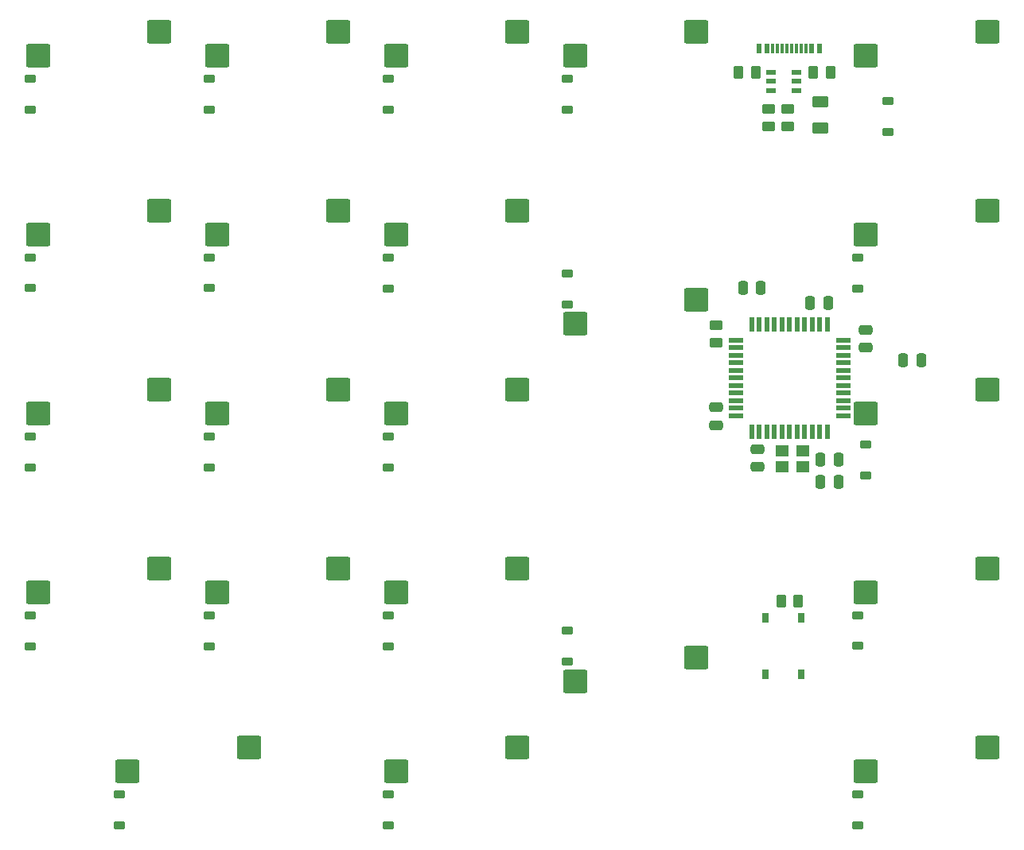
<source format=gbr>
%TF.GenerationSoftware,KiCad,Pcbnew,8.0.6*%
%TF.CreationDate,2024-11-23T01:04:23-05:00*%
%TF.ProjectId,keyboard,6b657962-6f61-4726-942e-6b696361645f,rev?*%
%TF.SameCoordinates,Original*%
%TF.FileFunction,Paste,Bot*%
%TF.FilePolarity,Positive*%
%FSLAX46Y46*%
G04 Gerber Fmt 4.6, Leading zero omitted, Abs format (unit mm)*
G04 Created by KiCad (PCBNEW 8.0.6) date 2024-11-23 01:04:23*
%MOMM*%
%LPD*%
G01*
G04 APERTURE LIST*
G04 Aperture macros list*
%AMRoundRect*
0 Rectangle with rounded corners*
0 $1 Rounding radius*
0 $2 $3 $4 $5 $6 $7 $8 $9 X,Y pos of 4 corners*
0 Add a 4 corners polygon primitive as box body*
4,1,4,$2,$3,$4,$5,$6,$7,$8,$9,$2,$3,0*
0 Add four circle primitives for the rounded corners*
1,1,$1+$1,$2,$3*
1,1,$1+$1,$4,$5*
1,1,$1+$1,$6,$7*
1,1,$1+$1,$8,$9*
0 Add four rect primitives between the rounded corners*
20,1,$1+$1,$2,$3,$4,$5,0*
20,1,$1+$1,$4,$5,$6,$7,0*
20,1,$1+$1,$6,$7,$8,$9,0*
20,1,$1+$1,$8,$9,$2,$3,0*%
G04 Aperture macros list end*
%ADD10R,0.300000X1.140000*%
%ADD11R,0.600000X1.140000*%
%ADD12R,1.100000X0.600000*%
%ADD13R,1.500000X0.550000*%
%ADD14R,0.550000X1.500000*%
%ADD15RoundRect,0.200000X1.075000X1.050000X-1.075000X1.050000X-1.075000X-1.050000X1.075000X-1.050000X0*%
%ADD16RoundRect,0.250000X-0.262500X-0.450000X0.262500X-0.450000X0.262500X0.450000X-0.262500X0.450000X0*%
%ADD17RoundRect,0.250000X0.262500X0.450000X-0.262500X0.450000X-0.262500X-0.450000X0.262500X-0.450000X0*%
%ADD18R,0.750000X1.000000*%
%ADD19R,1.400000X1.200000*%
%ADD20RoundRect,0.250000X-0.250000X-0.475000X0.250000X-0.475000X0.250000X0.475000X-0.250000X0.475000X0*%
%ADD21RoundRect,0.250000X0.450000X-0.262500X0.450000X0.262500X-0.450000X0.262500X-0.450000X-0.262500X0*%
%ADD22RoundRect,0.225000X0.375000X-0.225000X0.375000X0.225000X-0.375000X0.225000X-0.375000X-0.225000X0*%
%ADD23RoundRect,0.250000X0.475000X-0.250000X0.475000X0.250000X-0.475000X0.250000X-0.475000X-0.250000X0*%
%ADD24RoundRect,0.250000X-0.475000X0.250000X-0.475000X-0.250000X0.475000X-0.250000X0.475000X0.250000X0*%
%ADD25RoundRect,0.225000X-0.375000X0.225000X-0.375000X-0.225000X0.375000X-0.225000X0.375000X0.225000X0*%
%ADD26RoundRect,0.250000X-0.450000X0.262500X-0.450000X-0.262500X0.450000X-0.262500X0.450000X0.262500X0*%
%ADD27RoundRect,0.250000X0.250000X0.475000X-0.250000X0.475000X-0.250000X-0.475000X0.250000X-0.475000X0*%
%ADD28RoundRect,0.250000X-0.625000X0.375000X-0.625000X-0.375000X0.625000X-0.375000X0.625000X0.375000X0*%
G04 APERTURE END LIST*
D10*
%TO.C,J2*%
X239387500Y-66587500D03*
X240387500Y-66587500D03*
X241887500Y-66587500D03*
X242887500Y-66587500D03*
D11*
X243537500Y-66587500D03*
X244337500Y-66587500D03*
D10*
X242387500Y-66587500D03*
X241387500Y-66587500D03*
X240887500Y-66587500D03*
X239887500Y-66587500D03*
D11*
X238737500Y-66587500D03*
X237937500Y-66587500D03*
%TD*%
D12*
%TO.C,TV1*%
X239156250Y-71003200D03*
X239156250Y-70053200D03*
X239156250Y-69103200D03*
X241856250Y-69103200D03*
X241856250Y-70053200D03*
X241856250Y-71003200D03*
%TD*%
D13*
%TO.C,U1*%
X246856250Y-97625000D03*
X246856250Y-98425000D03*
X246856250Y-99225000D03*
X246856250Y-100025000D03*
X246856250Y-100825000D03*
X246856250Y-101625000D03*
X246856250Y-102425000D03*
X246856250Y-103225000D03*
X246856250Y-104025000D03*
X246856250Y-104825000D03*
X246856250Y-105625000D03*
D14*
X245156250Y-107325000D03*
X244356250Y-107325000D03*
X243556250Y-107325000D03*
X242756250Y-107325000D03*
X241956250Y-107325000D03*
X241156250Y-107325000D03*
X240356250Y-107325000D03*
X239556250Y-107325000D03*
X238756250Y-107325000D03*
X237956250Y-107325000D03*
X237156250Y-107325000D03*
D13*
X235456250Y-105625000D03*
X235456250Y-104825000D03*
X235456250Y-104025000D03*
X235456250Y-103225000D03*
X235456250Y-102425000D03*
X235456250Y-101625000D03*
X235456250Y-100825000D03*
X235456250Y-100025000D03*
X235456250Y-99225000D03*
X235456250Y-98425000D03*
X235456250Y-97625000D03*
D14*
X237156250Y-95925000D03*
X237956250Y-95925000D03*
X238756250Y-95925000D03*
X239556250Y-95925000D03*
X240356250Y-95925000D03*
X241156250Y-95925000D03*
X241956250Y-95925000D03*
X242756250Y-95925000D03*
X243556250Y-95925000D03*
X244356250Y-95925000D03*
X245156250Y-95925000D03*
%TD*%
D15*
%TO.C,Key_enter1*%
X231267000Y-131445000D03*
X218340000Y-133985000D03*
%TD*%
%TO.C,Key_0*%
X170715000Y-143510000D03*
X183642000Y-140970000D03*
%TD*%
%TO.C,Key_+1*%
X218340000Y-95885000D03*
X231267000Y-93345000D03*
%TD*%
D16*
%TO.C,R8*%
X235743750Y-69056250D03*
X237568750Y-69056250D03*
%TD*%
D17*
%TO.C,R7*%
X245506250Y-69056250D03*
X243681250Y-69056250D03*
%TD*%
D18*
%TO.C,S2*%
X238631250Y-127175000D03*
X238631250Y-133175000D03*
X242381250Y-127175000D03*
X242381250Y-133175000D03*
%TD*%
D15*
%TO.C,Custom-1*%
X249296250Y-67310000D03*
X262223250Y-64770000D03*
%TD*%
%TO.C,Custom-3*%
X249296250Y-105410000D03*
X262223250Y-102870000D03*
%TD*%
%TO.C,Key_del1*%
X199290000Y-143510000D03*
X212217000Y-140970000D03*
%TD*%
%TO.C,Key_4*%
X161190000Y-105410000D03*
X174117000Y-102870000D03*
%TD*%
%TO.C,Key_6*%
X199290000Y-105410000D03*
X212217000Y-102870000D03*
%TD*%
%TO.C,Key_2*%
X180240000Y-124460000D03*
X193167000Y-121920000D03*
%TD*%
%TO.C,Custom-4*%
X262223250Y-121920000D03*
X249296250Y-124460000D03*
%TD*%
%TO.C,Key_\u002A1*%
X212217000Y-64770000D03*
X199290000Y-67310000D03*
%TD*%
%TO.C,Key_7*%
X161190000Y-86360000D03*
X174117000Y-83820000D03*
%TD*%
%TO.C,Custom-2*%
X262223250Y-83820000D03*
X249296250Y-86360000D03*
%TD*%
%TO.C,Key_8*%
X180240000Y-86360000D03*
X193167000Y-83820000D03*
%TD*%
%TO.C,Key_3*%
X199290000Y-124460000D03*
X212217000Y-121920000D03*
%TD*%
%TO.C,Key_-1*%
X231267000Y-64770000D03*
X218340000Y-67310000D03*
%TD*%
%TO.C,Key_9*%
X199290000Y-86360000D03*
X212217000Y-83820000D03*
%TD*%
%TO.C,Key_1*%
X161190000Y-124460000D03*
X174117000Y-121920000D03*
%TD*%
%TO.C,Custom-5*%
X262223250Y-140970000D03*
X249296250Y-143510000D03*
%TD*%
%TO.C,Key_/1*%
X193167000Y-64770000D03*
X180240000Y-67310000D03*
%TD*%
%TO.C,Key_5*%
X180240000Y-105410000D03*
X193167000Y-102870000D03*
%TD*%
D19*
%TO.C,Y1*%
X240350000Y-109425000D03*
X242550000Y-109425000D03*
X242550000Y-111125000D03*
X240350000Y-111125000D03*
%TD*%
D20*
%TO.C,C6*%
X245268750Y-93662500D03*
X243368750Y-93662500D03*
%TD*%
D21*
%TO.C,R1*%
X233362500Y-96043750D03*
X233362500Y-97868750D03*
%TD*%
D22*
%TO.C,D1*%
X160337500Y-69787500D03*
X160337500Y-73087500D03*
%TD*%
%TO.C,D14*%
X198437500Y-126937500D03*
X198437500Y-130237500D03*
%TD*%
%TO.C,D8*%
X179387500Y-126937500D03*
X179387500Y-130237500D03*
%TD*%
%TO.C,D6*%
X160337500Y-126937500D03*
X160337500Y-130237500D03*
%TD*%
D20*
%TO.C,C5*%
X246375000Y-110331250D03*
X244475000Y-110331250D03*
%TD*%
D22*
%TO.C,D4*%
X179387500Y-88775000D03*
X179387500Y-92075000D03*
%TD*%
D23*
%TO.C,C2*%
X233362500Y-104775000D03*
X233362500Y-106675000D03*
%TD*%
D24*
%TO.C,C4*%
X249237500Y-98425000D03*
X249237500Y-96525000D03*
%TD*%
D20*
%TO.C,C1*%
X255150000Y-99750000D03*
X253250000Y-99750000D03*
%TD*%
D22*
%TO.C,D2*%
X179387500Y-69787500D03*
X179387500Y-73087500D03*
%TD*%
%TO.C,D10*%
X198437500Y-88837500D03*
X198437500Y-92137500D03*
%TD*%
%TO.C,D11*%
X217487500Y-69787500D03*
X217487500Y-73087500D03*
%TD*%
D16*
%TO.C,R4*%
X240268750Y-125412500D03*
X242093750Y-125412500D03*
%TD*%
D22*
%TO.C,D7*%
X179387500Y-107887500D03*
X179387500Y-111187500D03*
%TD*%
%TO.C,D5*%
X160337500Y-107887500D03*
X160337500Y-111187500D03*
%TD*%
%TO.C,D23*%
X198437500Y-145987500D03*
X198437500Y-149287500D03*
%TD*%
%TO.C,D19*%
X249237500Y-108681250D03*
X249237500Y-111981250D03*
%TD*%
D21*
%TO.C,R2*%
X240982500Y-73025000D03*
X240982500Y-74850000D03*
%TD*%
D25*
%TO.C,D12*%
X217487500Y-93787500D03*
X217487500Y-90487500D03*
%TD*%
D26*
%TO.C,R3*%
X238950500Y-74850000D03*
X238950500Y-73025000D03*
%TD*%
D22*
%TO.C,D3*%
X160337500Y-88775000D03*
X160337500Y-92075000D03*
%TD*%
%TO.C,D13*%
X198437500Y-107887500D03*
X198437500Y-111187500D03*
%TD*%
D24*
%TO.C,C7*%
X237787500Y-109225000D03*
X237787500Y-111125000D03*
%TD*%
D22*
%TO.C,D18*%
X248443750Y-92137500D03*
X248443750Y-88837500D03*
%TD*%
%TO.C,D25*%
X248443750Y-149287500D03*
X248443750Y-145987500D03*
%TD*%
%TO.C,D9*%
X198437500Y-69787500D03*
X198437500Y-73087500D03*
%TD*%
D25*
%TO.C,D16*%
X217487500Y-131825000D03*
X217487500Y-128525000D03*
%TD*%
D22*
%TO.C,D20*%
X248443750Y-130175000D03*
X248443750Y-126875000D03*
%TD*%
D20*
%TO.C,C8*%
X246375000Y-112712500D03*
X244475000Y-112712500D03*
%TD*%
D22*
%TO.C,D21*%
X169862500Y-145987500D03*
X169862500Y-149287500D03*
%TD*%
%TO.C,D17*%
X251618750Y-75406250D03*
X251618750Y-72106250D03*
%TD*%
D15*
%TO.C,NumLock1*%
X161190000Y-67310000D03*
X174117000Y-64770000D03*
%TD*%
D27*
%TO.C,C3*%
X236225000Y-92075000D03*
X238125000Y-92075000D03*
%TD*%
D28*
%TO.C,F2*%
X244475000Y-72231250D03*
X244475000Y-75031250D03*
%TD*%
M02*

</source>
